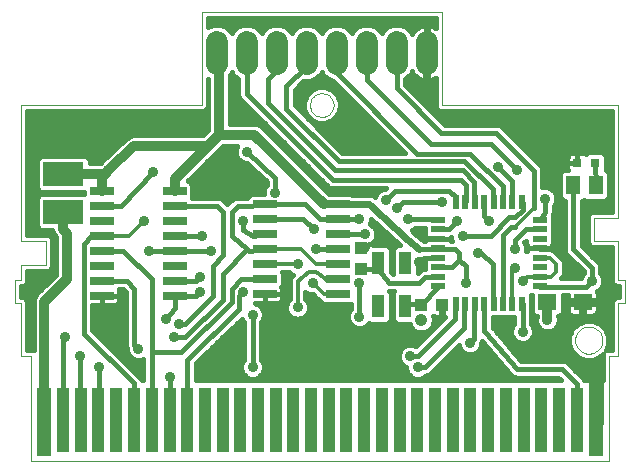
<source format=gtl>
G75*
%MOIN*%
%OFA0B0*%
%FSLAX24Y24*%
%IPPOS*%
%LPD*%
%AMOC8*
5,1,8,0,0,1.08239X$1,22.5*
%
%ADD10R,0.0800X0.0260*%
%ADD11C,0.0740*%
%ADD12R,0.0500X0.0220*%
%ADD13R,0.0220X0.0500*%
%ADD14C,0.0000*%
%ADD15R,0.0512X0.2309*%
%ADD16R,0.0402X0.2165*%
%ADD17R,0.0315X0.0315*%
%ADD18R,0.0512X0.0630*%
%ADD19R,0.1378X0.0787*%
%ADD20R,0.0433X0.0748*%
%ADD21R,0.0425X0.0413*%
%ADD22R,0.0413X0.0425*%
%ADD23R,0.0630X0.0551*%
%ADD24C,0.0160*%
%ADD25C,0.0356*%
%ADD26C,0.0472*%
%ADD27C,0.0240*%
%ADD28C,0.0413*%
%ADD29C,0.0500*%
%ADD30C,0.0320*%
%ADD31C,0.0120*%
D10*
X003408Y006000D03*
X003408Y006500D03*
X003408Y007000D03*
X003408Y007500D03*
X003408Y008000D03*
X003408Y008500D03*
X003408Y009000D03*
X003408Y009500D03*
X005828Y009500D03*
X005828Y009000D03*
X005828Y008500D03*
X005828Y008000D03*
X005828Y007500D03*
X005828Y007000D03*
X005828Y006500D03*
X005828Y006000D03*
X008845Y006063D03*
X008845Y006563D03*
X008845Y007063D03*
X008845Y007563D03*
X008845Y008063D03*
X008845Y008563D03*
X008845Y009063D03*
X011265Y009063D03*
X011265Y008563D03*
X011265Y008063D03*
X011265Y007563D03*
X011265Y007063D03*
X011265Y006563D03*
X011265Y006063D03*
D11*
X011231Y013739D02*
X011231Y014479D01*
X012231Y014479D02*
X012231Y013739D01*
X013231Y013739D02*
X013231Y014479D01*
X014231Y014479D02*
X014231Y013739D01*
X010231Y013739D02*
X010231Y014479D01*
X009231Y014479D02*
X009231Y013739D01*
X008231Y013739D02*
X008231Y014479D01*
X007231Y014479D02*
X007231Y013739D01*
D12*
X014615Y008540D03*
X014615Y008225D03*
X014615Y007910D03*
X014615Y007595D03*
X014615Y007280D03*
X014615Y006965D03*
X014615Y006650D03*
X014615Y006335D03*
X017995Y006335D03*
X017995Y006650D03*
X017995Y006965D03*
X017995Y007280D03*
X017995Y007595D03*
X017995Y007910D03*
X017995Y008225D03*
X017995Y008540D03*
D13*
X017407Y009128D03*
X017092Y009128D03*
X016777Y009128D03*
X016462Y009128D03*
X016148Y009128D03*
X015833Y009128D03*
X015518Y009128D03*
X015203Y009128D03*
X015203Y005748D03*
X015518Y005748D03*
X015833Y005748D03*
X016148Y005748D03*
X016462Y005748D03*
X016777Y005748D03*
X017092Y005748D03*
X017407Y005748D03*
D14*
X020298Y000509D02*
X001051Y000509D01*
X001051Y004008D01*
X000727Y004008D01*
X000727Y005767D01*
X000519Y005767D01*
X000519Y006530D01*
X000727Y006530D01*
X000727Y007040D01*
X001548Y007040D01*
X001548Y007850D01*
X000727Y007850D01*
X000727Y012364D01*
X006739Y012364D01*
X006739Y014484D01*
X006739Y015484D01*
X007739Y015484D01*
X008739Y015484D01*
X009739Y015484D01*
X010739Y015484D01*
X011739Y015484D01*
X012739Y015484D01*
X013739Y015484D01*
X014739Y015484D01*
X014739Y014484D01*
X014739Y012364D01*
X020622Y012364D01*
X020622Y010929D01*
X020622Y010929D01*
X020622Y008614D01*
X019801Y008614D01*
X019801Y007850D01*
X020622Y007850D01*
X020622Y006530D01*
X020831Y006530D01*
X020831Y005767D01*
X020622Y005767D01*
X020622Y004008D01*
X020298Y004008D01*
X020298Y000509D01*
X019186Y004529D02*
X019188Y004571D01*
X019194Y004613D01*
X019204Y004655D01*
X019217Y004695D01*
X019235Y004734D01*
X019256Y004771D01*
X019280Y004805D01*
X019308Y004838D01*
X019338Y004868D01*
X019371Y004894D01*
X019406Y004918D01*
X019444Y004938D01*
X019483Y004954D01*
X019523Y004967D01*
X019565Y004976D01*
X019607Y004981D01*
X019650Y004982D01*
X019692Y004979D01*
X019734Y004972D01*
X019775Y004961D01*
X019815Y004946D01*
X019853Y004928D01*
X019890Y004906D01*
X019924Y004881D01*
X019956Y004853D01*
X019984Y004822D01*
X020010Y004788D01*
X020033Y004752D01*
X020052Y004715D01*
X020068Y004675D01*
X020080Y004634D01*
X020088Y004593D01*
X020092Y004550D01*
X020092Y004508D01*
X020088Y004465D01*
X020080Y004424D01*
X020068Y004383D01*
X020052Y004343D01*
X020033Y004306D01*
X020010Y004270D01*
X019984Y004236D01*
X019956Y004205D01*
X019924Y004177D01*
X019890Y004152D01*
X019853Y004130D01*
X019815Y004112D01*
X019775Y004097D01*
X019734Y004086D01*
X019692Y004079D01*
X019650Y004076D01*
X019607Y004077D01*
X019565Y004082D01*
X019523Y004091D01*
X019483Y004104D01*
X019444Y004120D01*
X019406Y004140D01*
X019371Y004164D01*
X019338Y004190D01*
X019308Y004220D01*
X019280Y004253D01*
X019256Y004287D01*
X019235Y004324D01*
X019217Y004363D01*
X019204Y004403D01*
X019194Y004445D01*
X019188Y004487D01*
X019186Y004529D01*
X010343Y012366D02*
X010345Y012405D01*
X010351Y012444D01*
X010361Y012482D01*
X010374Y012519D01*
X010391Y012554D01*
X010411Y012588D01*
X010435Y012619D01*
X010462Y012648D01*
X010491Y012674D01*
X010523Y012697D01*
X010557Y012717D01*
X010593Y012733D01*
X010630Y012745D01*
X010669Y012754D01*
X010708Y012759D01*
X010747Y012760D01*
X010786Y012757D01*
X010825Y012750D01*
X010862Y012739D01*
X010899Y012725D01*
X010934Y012707D01*
X010967Y012686D01*
X010998Y012661D01*
X011026Y012634D01*
X011051Y012604D01*
X011073Y012571D01*
X011092Y012537D01*
X011107Y012501D01*
X011119Y012463D01*
X011127Y012425D01*
X011131Y012386D01*
X011131Y012346D01*
X011127Y012307D01*
X011119Y012269D01*
X011107Y012231D01*
X011092Y012195D01*
X011073Y012161D01*
X011051Y012128D01*
X011026Y012098D01*
X010998Y012071D01*
X010967Y012046D01*
X010934Y012025D01*
X010899Y012007D01*
X010862Y011993D01*
X010825Y011982D01*
X010786Y011975D01*
X010747Y011972D01*
X010708Y011973D01*
X010669Y011978D01*
X010630Y011987D01*
X010593Y011999D01*
X010557Y012015D01*
X010523Y012035D01*
X010491Y012058D01*
X010462Y012084D01*
X010435Y012113D01*
X010411Y012144D01*
X010391Y012178D01*
X010374Y012213D01*
X010361Y012250D01*
X010351Y012288D01*
X010345Y012327D01*
X010343Y012366D01*
D15*
X001465Y001809D03*
X019880Y001809D03*
D16*
X019234Y001878D03*
X018644Y001878D03*
X018053Y001878D03*
X017462Y001878D03*
X016872Y001878D03*
X016281Y001878D03*
X015691Y001878D03*
X015100Y001878D03*
X014510Y001878D03*
X013919Y001878D03*
X013329Y001878D03*
X012738Y001878D03*
X012148Y001878D03*
X011557Y001878D03*
X010966Y001878D03*
X010376Y001878D03*
X009785Y001878D03*
X009195Y001878D03*
X008604Y001878D03*
X008014Y001878D03*
X007433Y001878D03*
X006833Y001878D03*
X006252Y001878D03*
X005661Y001878D03*
X005061Y001878D03*
X004470Y001878D03*
X003880Y001878D03*
X003289Y001878D03*
X002699Y001878D03*
X002118Y001878D03*
D17*
X019260Y010438D03*
X019850Y010438D03*
D18*
X019867Y009688D03*
X019118Y009688D03*
D19*
X002118Y010067D03*
X002118Y008808D03*
D20*
X012619Y007114D03*
X013525Y007114D03*
X013525Y005658D03*
X012619Y005658D03*
D21*
X012055Y006906D03*
X012055Y007594D03*
D22*
X014057Y005703D03*
X014746Y005703D03*
D23*
X018255Y005801D03*
X019436Y005801D03*
D24*
X019378Y005859D02*
X019378Y005743D01*
X018941Y005743D01*
X018941Y005502D01*
X018953Y005456D01*
X018977Y005415D01*
X019011Y005381D01*
X019052Y005358D01*
X019097Y005345D01*
X019378Y005345D01*
X019378Y005743D01*
X019494Y005743D01*
X019494Y005859D01*
X019931Y005859D01*
X019931Y006100D01*
X019919Y006146D01*
X019911Y006160D01*
X019957Y006179D01*
X020063Y006286D01*
X020121Y006425D01*
X020121Y006575D01*
X020063Y006714D01*
X020022Y006755D01*
X020022Y006993D01*
X019980Y007096D01*
X019397Y007678D01*
X019397Y009173D01*
X019457Y009173D01*
X019492Y009208D01*
X019528Y009173D01*
X020205Y009173D01*
X020322Y009290D01*
X020322Y010085D01*
X020208Y010200D01*
X020208Y010678D01*
X020091Y010795D01*
X019610Y010795D01*
X019541Y010726D01*
X019528Y010739D01*
X019487Y010763D01*
X019441Y010775D01*
X019260Y010775D01*
X019260Y010438D01*
X019260Y010438D01*
X019260Y010775D01*
X019079Y010775D01*
X019033Y010763D01*
X018992Y010739D01*
X018958Y010706D01*
X018935Y010664D01*
X018922Y010619D01*
X018922Y010438D01*
X019260Y010438D01*
X019260Y010437D01*
X018922Y010437D01*
X018922Y010256D01*
X018935Y010211D01*
X018939Y010202D01*
X018780Y010202D01*
X018663Y010085D01*
X018663Y009290D01*
X018780Y009173D01*
X018838Y009173D01*
X018838Y007507D01*
X018880Y007404D01*
X018959Y007325D01*
X019463Y006822D01*
X019463Y006755D01*
X019422Y006714D01*
X019372Y006592D01*
X018703Y006592D01*
X018775Y006665D01*
X018815Y006761D01*
X018815Y007114D01*
X018775Y007210D01*
X018485Y007500D01*
X018425Y007525D01*
X018425Y007595D01*
X018425Y007697D01*
X018445Y007717D01*
X018445Y008703D01*
X018445Y008703D01*
X018451Y008733D01*
X018463Y008761D01*
X018463Y008787D01*
X018468Y008812D01*
X018462Y008842D01*
X018461Y008997D01*
X018501Y009036D01*
X018558Y009175D01*
X018558Y009325D01*
X018501Y009464D01*
X018394Y009571D01*
X018255Y009628D01*
X018105Y009628D01*
X018088Y009621D01*
X018088Y010229D01*
X018046Y010332D01*
X017967Y010410D01*
X016703Y011675D01*
X016600Y011717D01*
X014837Y011717D01*
X013511Y013044D01*
X013511Y013238D01*
X013554Y013256D01*
X013714Y013416D01*
X013743Y013486D01*
X013760Y013451D01*
X013811Y013381D01*
X013873Y013320D01*
X013943Y013269D01*
X014020Y013229D01*
X014102Y013203D01*
X014188Y013189D01*
X014201Y013189D01*
X014201Y014079D01*
X014261Y014079D01*
X014261Y013189D01*
X014274Y013189D01*
X014360Y013203D01*
X014442Y013229D01*
X014519Y013269D01*
X014539Y013283D01*
X014539Y012281D01*
X014656Y012164D01*
X020422Y012164D01*
X020422Y010846D01*
X020422Y010846D01*
X020422Y008814D01*
X019718Y008814D01*
X019601Y008697D01*
X019601Y007767D01*
X019718Y007650D01*
X020422Y007650D01*
X020422Y006448D01*
X020540Y006330D01*
X020631Y006330D01*
X020631Y005967D01*
X020540Y005967D01*
X020422Y005849D01*
X020422Y004208D01*
X020216Y004208D01*
X020210Y004203D01*
X020291Y004399D01*
X020291Y004658D01*
X020192Y004898D01*
X020008Y005082D01*
X019768Y005181D01*
X019509Y005181D01*
X019269Y005082D01*
X019085Y004898D01*
X018986Y004658D01*
X018986Y004399D01*
X019085Y004159D01*
X019269Y003975D01*
X019509Y003876D01*
X019768Y003876D01*
X020008Y003975D01*
X020098Y004065D01*
X020098Y003188D01*
X019489Y003188D01*
X019472Y003229D01*
X018980Y003721D01*
X018901Y003800D01*
X018798Y003842D01*
X017372Y003842D01*
X016428Y004954D01*
X016428Y005298D01*
X017150Y005298D01*
X017150Y005071D01*
X017109Y005030D01*
X017052Y004891D01*
X017052Y004741D01*
X017109Y004602D01*
X017216Y004495D01*
X017355Y004438D01*
X017505Y004438D01*
X017644Y004495D01*
X017751Y004602D01*
X017808Y004741D01*
X017808Y004891D01*
X017751Y005030D01*
X017710Y005071D01*
X017710Y005407D01*
X017717Y005415D01*
X017717Y006025D01*
X017740Y006025D01*
X017740Y005443D01*
X017857Y005325D01*
X017895Y005325D01*
X017895Y005310D01*
X017881Y005276D01*
X017881Y005125D01*
X017938Y004986D01*
X018045Y004880D01*
X018184Y004822D01*
X018334Y004822D01*
X018473Y004880D01*
X018580Y004986D01*
X018637Y005125D01*
X018637Y005276D01*
X018617Y005325D01*
X018653Y005325D01*
X018770Y005443D01*
X018770Y006033D01*
X018941Y006033D01*
X018941Y005859D01*
X019378Y005859D01*
X019378Y005731D02*
X019494Y005731D01*
X019494Y005743D02*
X019494Y005345D01*
X019775Y005345D01*
X019820Y005358D01*
X019862Y005381D01*
X019895Y005415D01*
X019919Y005456D01*
X019931Y005502D01*
X019931Y005743D01*
X019494Y005743D01*
X019494Y005572D02*
X019378Y005572D01*
X019378Y005414D02*
X019494Y005414D01*
X019304Y005097D02*
X018625Y005097D01*
X018637Y005255D02*
X020422Y005255D01*
X020422Y005097D02*
X019973Y005097D01*
X020152Y004938D02*
X020422Y004938D01*
X020422Y004780D02*
X020241Y004780D01*
X020291Y004621D02*
X020422Y004621D01*
X020422Y004463D02*
X020291Y004463D01*
X020252Y004304D02*
X020422Y004304D01*
X020098Y003987D02*
X020020Y003987D01*
X020098Y003829D02*
X018832Y003829D01*
X019031Y003670D02*
X020098Y003670D01*
X020098Y003512D02*
X019189Y003512D01*
X019348Y003353D02*
X020098Y003353D01*
X020098Y003195D02*
X019486Y003195D01*
X019234Y003071D02*
X018743Y003563D01*
X017243Y003563D01*
X016180Y004813D01*
X016148Y004845D01*
X016148Y005748D01*
X016430Y005780D02*
X016430Y007063D01*
X016055Y007438D01*
X015930Y007438D01*
X015555Y007000D02*
X015555Y006438D01*
X015555Y007000D02*
X015305Y007188D01*
X015305Y007438D01*
X015180Y007563D01*
X014647Y007563D01*
X014615Y007595D01*
X014583Y007563D01*
X013993Y007563D01*
X014156Y007842D02*
X013827Y008117D01*
X013734Y008201D01*
X013832Y008242D01*
X013872Y008283D01*
X014165Y008283D01*
X014165Y008032D01*
X014185Y008012D01*
X014185Y007910D01*
X014615Y007910D01*
X014615Y007910D01*
X015045Y007910D01*
X015045Y007970D01*
X015048Y007970D01*
X015052Y007972D01*
X015052Y007925D01*
X015086Y007842D01*
X015045Y007842D01*
X015045Y007910D01*
X014615Y007910D01*
X014615Y007910D01*
X014587Y007938D01*
X014180Y007938D01*
X014055Y008063D01*
X014055Y008125D01*
X014165Y008108D02*
X013838Y008108D01*
X013856Y008267D02*
X014165Y008267D01*
X014185Y007950D02*
X014028Y007950D01*
X014185Y007910D02*
X014185Y007842D01*
X014156Y007842D01*
X014185Y007910D02*
X014615Y007910D01*
X014615Y008225D02*
X014640Y008250D01*
X014993Y008250D01*
X015243Y008500D01*
X014615Y008540D02*
X014592Y008563D01*
X013618Y008563D01*
X013243Y008938D02*
X013430Y009125D01*
X014743Y009125D01*
X014993Y009500D02*
X013180Y009500D01*
X012868Y009188D01*
X012509Y009311D02*
X012486Y009334D01*
X012479Y009337D01*
X012472Y009342D01*
X012420Y009361D01*
X012369Y009382D01*
X012360Y009382D01*
X012353Y009385D01*
X012297Y009382D01*
X011758Y009382D01*
X011748Y009392D01*
X010984Y009392D01*
X008696Y011680D01*
X008564Y011735D01*
X007665Y011735D01*
X007665Y013322D01*
X007670Y013340D01*
X007667Y013370D01*
X007714Y013416D01*
X007731Y013457D01*
X007748Y013416D01*
X007908Y013256D01*
X007951Y013238D01*
X007951Y012796D01*
X007951Y012795D01*
X007951Y012740D01*
X007951Y012685D01*
X007951Y012684D01*
X007972Y012633D01*
X007993Y012582D01*
X007994Y012582D01*
X007994Y012581D01*
X008033Y012542D01*
X008072Y012503D01*
X008073Y012503D01*
X010920Y009677D01*
X010959Y009638D01*
X010959Y009637D01*
X010960Y009637D01*
X011011Y009616D01*
X011062Y009595D01*
X011062Y009595D01*
X011063Y009595D01*
X011118Y009595D01*
X012879Y009595D01*
X012850Y009566D01*
X012792Y009566D01*
X012653Y009508D01*
X012547Y009402D01*
X012509Y009311D01*
X012536Y009376D02*
X012384Y009376D01*
X012717Y009535D02*
X010842Y009535D01*
X010903Y009693D02*
X010684Y009693D01*
X010744Y009852D02*
X010525Y009852D01*
X010584Y010010D02*
X010367Y010010D01*
X010424Y010169D02*
X010208Y010169D01*
X010265Y010327D02*
X010050Y010327D01*
X010105Y010486D02*
X009891Y010486D01*
X009945Y010644D02*
X009733Y010644D01*
X009786Y010803D02*
X009574Y010803D01*
X009626Y010961D02*
X009416Y010961D01*
X009466Y011120D02*
X009257Y011120D01*
X009307Y011278D02*
X009099Y011278D01*
X009147Y011437D02*
X008940Y011437D01*
X008987Y011595D02*
X008782Y011595D01*
X008828Y011754D02*
X007665Y011754D01*
X007665Y011912D02*
X008668Y011912D01*
X008508Y012071D02*
X007665Y012071D01*
X007665Y012229D02*
X008349Y012229D01*
X008189Y012388D02*
X007665Y012388D01*
X007665Y012546D02*
X008029Y012546D01*
X007951Y012684D02*
X007951Y012684D01*
X007951Y012705D02*
X007665Y012705D01*
X007665Y012863D02*
X007951Y012863D01*
X007951Y013022D02*
X007665Y013022D01*
X007665Y013180D02*
X007951Y013180D01*
X007825Y013339D02*
X007670Y013339D01*
X006945Y013241D02*
X006945Y011524D01*
X006781Y011360D01*
X004499Y011360D01*
X004434Y011362D01*
X004428Y011360D01*
X004421Y011360D01*
X004361Y011335D01*
X004300Y011313D01*
X004295Y011308D01*
X004289Y011305D01*
X004243Y011259D01*
X003420Y010495D01*
X003414Y010493D01*
X003368Y010447D01*
X003347Y010427D01*
X003006Y010427D01*
X003006Y010544D01*
X002889Y010661D01*
X001346Y010661D01*
X001229Y010544D01*
X001229Y009591D01*
X001346Y009474D01*
X002808Y009474D01*
X002808Y009401D01*
X001346Y009401D01*
X001229Y009284D01*
X001229Y008331D01*
X001346Y008214D01*
X001758Y008214D01*
X001758Y008178D01*
X001771Y008145D01*
X001778Y008110D01*
X001798Y008080D01*
X001812Y008046D01*
X001838Y008021D01*
X001883Y007954D01*
X001883Y006712D01*
X001289Y006118D01*
X001187Y006016D01*
X001133Y005884D01*
X001133Y004208D01*
X000968Y004208D01*
X000927Y004208D01*
X000927Y005849D01*
X000810Y005967D01*
X000719Y005967D01*
X000719Y006330D01*
X000810Y006330D01*
X000927Y006448D01*
X000927Y006840D01*
X001631Y006840D01*
X001748Y006957D01*
X001748Y007933D01*
X001631Y008050D01*
X000927Y008050D01*
X000927Y012164D01*
X006822Y012164D01*
X006939Y012281D01*
X006939Y013243D01*
X006945Y013241D01*
X006939Y013180D02*
X006945Y013180D01*
X006939Y013022D02*
X006945Y013022D01*
X006939Y012863D02*
X006945Y012863D01*
X006939Y012705D02*
X006945Y012705D01*
X006939Y012546D02*
X006945Y012546D01*
X006939Y012388D02*
X006945Y012388D01*
X006945Y012229D02*
X006887Y012229D01*
X006945Y012071D02*
X000927Y012071D01*
X000927Y011912D02*
X006945Y011912D01*
X006945Y011754D02*
X000927Y011754D01*
X000927Y011595D02*
X006945Y011595D01*
X006857Y011437D02*
X000927Y011437D01*
X000927Y011278D02*
X004261Y011278D01*
X004092Y011120D02*
X000927Y011120D01*
X000927Y010961D02*
X003921Y010961D01*
X003751Y010803D02*
X000927Y010803D01*
X000927Y010644D02*
X001329Y010644D01*
X001229Y010486D02*
X000927Y010486D01*
X000927Y010327D02*
X001229Y010327D01*
X001229Y010169D02*
X000927Y010169D01*
X000927Y010010D02*
X001229Y010010D01*
X001229Y009852D02*
X000927Y009852D01*
X000927Y009693D02*
X001229Y009693D01*
X001285Y009535D02*
X000927Y009535D01*
X000927Y009376D02*
X001320Y009376D01*
X001229Y009218D02*
X000927Y009218D01*
X000927Y009059D02*
X001229Y009059D01*
X001229Y008901D02*
X000927Y008901D01*
X000927Y008742D02*
X001229Y008742D01*
X001229Y008584D02*
X000927Y008584D01*
X000927Y008425D02*
X001229Y008425D01*
X001293Y008267D02*
X000927Y008267D01*
X000927Y008108D02*
X001779Y008108D01*
X001732Y007950D02*
X001883Y007950D01*
X001883Y007791D02*
X001748Y007791D01*
X001748Y007633D02*
X001883Y007633D01*
X001883Y007474D02*
X001748Y007474D01*
X001748Y007316D02*
X001883Y007316D01*
X001883Y007157D02*
X001748Y007157D01*
X001748Y006999D02*
X001883Y006999D01*
X001883Y006840D02*
X001632Y006840D01*
X001852Y006682D02*
X000927Y006682D01*
X000927Y006523D02*
X001694Y006523D01*
X001535Y006365D02*
X000844Y006365D01*
X000719Y006206D02*
X001377Y006206D01*
X001218Y006048D02*
X000719Y006048D01*
X000888Y005889D02*
X001135Y005889D01*
X001133Y005731D02*
X000927Y005731D01*
X000927Y005572D02*
X001133Y005572D01*
X001133Y005414D02*
X000927Y005414D01*
X000927Y005255D02*
X001133Y005255D01*
X001133Y005097D02*
X000927Y005097D01*
X000927Y004938D02*
X001133Y004938D01*
X001133Y004780D02*
X000927Y004780D01*
X000927Y004621D02*
X001133Y004621D01*
X001133Y004463D02*
X000927Y004463D01*
X000927Y004304D02*
X001133Y004304D01*
X002118Y004563D02*
X002180Y004625D01*
X002118Y004563D02*
X002118Y001878D01*
X002680Y001897D02*
X002699Y001878D01*
X002680Y001897D02*
X002680Y004000D01*
X003305Y003625D02*
X003305Y001894D01*
X003289Y001878D01*
X004470Y001878D02*
X004470Y003085D01*
X002805Y004750D01*
X002805Y007750D01*
X003055Y008000D01*
X003408Y008000D01*
X003408Y007500D02*
X004118Y007500D01*
X005061Y006557D01*
X005061Y004125D01*
X006055Y004125D01*
X007743Y005813D01*
X007743Y006250D01*
X008055Y006563D01*
X008845Y006563D01*
X009445Y006523D02*
X009670Y006523D01*
X009670Y006512D02*
X009666Y006472D01*
X009670Y006460D01*
X009670Y005900D01*
X009609Y005839D01*
X009552Y005700D01*
X009552Y005550D01*
X009609Y005411D01*
X009716Y005304D01*
X009855Y005247D01*
X010005Y005247D01*
X010144Y005304D01*
X010251Y005411D01*
X010308Y005550D01*
X010308Y005700D01*
X010251Y005839D01*
X010190Y005900D01*
X010190Y006143D01*
X010216Y006117D01*
X010355Y006059D01*
X010440Y006059D01*
X010585Y005915D01*
X010658Y005842D01*
X010683Y005832D01*
X010782Y005733D01*
X011713Y005733D01*
X011713Y005567D01*
X011672Y005527D01*
X011614Y005388D01*
X011614Y005237D01*
X011672Y005098D01*
X011778Y004992D01*
X011917Y004934D01*
X012068Y004934D01*
X012207Y004992D01*
X012309Y005094D01*
X012320Y005084D01*
X012919Y005084D01*
X013036Y005201D01*
X013036Y006115D01*
X012994Y006157D01*
X013027Y006154D01*
X013037Y006158D01*
X013151Y006158D01*
X013108Y006115D01*
X013108Y005201D01*
X013225Y005084D01*
X013662Y005084D01*
X013713Y004962D01*
X013827Y004847D01*
X013977Y004785D01*
X014138Y004785D01*
X014288Y004847D01*
X014402Y004962D01*
X014464Y005111D01*
X014464Y005273D01*
X014435Y005342D01*
X014470Y005322D01*
X014516Y005310D01*
X014723Y005310D01*
X014723Y005679D01*
X014769Y005679D01*
X014769Y005310D01*
X014844Y005310D01*
X013866Y004332D01*
X013755Y004378D01*
X013605Y004378D01*
X013466Y004321D01*
X013359Y004214D01*
X013302Y004075D01*
X013302Y003925D01*
X013359Y003786D01*
X013466Y003679D01*
X013552Y003644D01*
X013552Y003550D01*
X013609Y003411D01*
X013716Y003304D01*
X013855Y003247D01*
X014005Y003247D01*
X014144Y003304D01*
X014185Y003345D01*
X014236Y003345D01*
X014339Y003388D01*
X015305Y004354D01*
X015359Y004223D01*
X015466Y004117D01*
X015605Y004059D01*
X015755Y004059D01*
X015894Y004117D01*
X016001Y004223D01*
X016058Y004362D01*
X016058Y004442D01*
X016081Y004497D01*
X017001Y003415D01*
X017005Y003404D01*
X017036Y003373D01*
X017065Y003339D01*
X017076Y003333D01*
X017084Y003325D01*
X017125Y003308D01*
X017164Y003288D01*
X017176Y003287D01*
X017187Y003283D01*
X017231Y003283D01*
X017275Y003279D01*
X017287Y003283D01*
X018627Y003283D01*
X018722Y003188D01*
X006532Y003188D01*
X006532Y003765D01*
X008072Y005251D01*
X008109Y005161D01*
X008150Y005120D01*
X008150Y003880D01*
X008109Y003839D01*
X008052Y003700D01*
X008052Y003550D01*
X008109Y003411D01*
X008216Y003304D01*
X008355Y003247D01*
X008505Y003247D01*
X008644Y003304D01*
X008751Y003411D01*
X008808Y003550D01*
X008808Y003700D01*
X008751Y003839D01*
X008710Y003880D01*
X008710Y005120D01*
X008751Y005161D01*
X008808Y005300D01*
X008808Y005450D01*
X008751Y005589D01*
X008644Y005696D01*
X008507Y005753D01*
X008845Y005753D01*
X008845Y006062D01*
X008845Y005752D01*
X009269Y005753D01*
X009314Y005765D01*
X009356Y005788D01*
X009389Y005822D01*
X009413Y005863D01*
X009425Y005909D01*
X009425Y006062D01*
X008845Y006062D01*
X008845Y006062D01*
X008845Y006063D01*
X009425Y006063D01*
X009425Y006216D01*
X009413Y006262D01*
X009392Y006297D01*
X009445Y006350D01*
X009445Y006775D01*
X009418Y006803D01*
X009655Y006803D01*
X009716Y006742D01*
X009778Y006716D01*
X009754Y006692D01*
X009724Y006667D01*
X009718Y006656D01*
X009710Y006647D01*
X009694Y006610D01*
X009676Y006575D01*
X009675Y006563D01*
X009670Y006552D01*
X009670Y006512D01*
X009670Y006365D02*
X009445Y006365D01*
X009425Y006206D02*
X009670Y006206D01*
X009670Y006048D02*
X009425Y006048D01*
X009420Y005889D02*
X009659Y005889D01*
X009564Y005731D02*
X008560Y005731D01*
X008758Y005572D02*
X009552Y005572D01*
X009608Y005414D02*
X008808Y005414D01*
X008790Y005255D02*
X009835Y005255D01*
X010025Y005255D02*
X011614Y005255D01*
X011625Y005414D02*
X010252Y005414D01*
X010308Y005572D02*
X011713Y005572D01*
X011713Y005731D02*
X010296Y005731D01*
X010201Y005889D02*
X010611Y005889D01*
X010585Y005915D02*
X010585Y005915D01*
X010452Y006048D02*
X010190Y006048D01*
X010868Y006563D02*
X011265Y006563D01*
X011993Y006438D02*
X011993Y005313D01*
X011674Y005097D02*
X008710Y005097D01*
X008710Y004938D02*
X011909Y004938D01*
X012076Y004938D02*
X013736Y004938D01*
X014155Y004621D02*
X008710Y004621D01*
X008710Y004463D02*
X013997Y004463D01*
X014314Y004780D02*
X008710Y004780D01*
X008710Y004304D02*
X013449Y004304D01*
X013331Y004146D02*
X008710Y004146D01*
X008710Y003987D02*
X013302Y003987D01*
X013342Y003829D02*
X008755Y003829D01*
X008808Y003670D02*
X013489Y003670D01*
X013568Y003512D02*
X008792Y003512D01*
X008693Y003353D02*
X013667Y003353D01*
X013930Y003625D02*
X014180Y003625D01*
X015493Y004938D01*
X015493Y005722D01*
X015518Y005748D01*
X015805Y005720D02*
X015805Y004563D01*
X015680Y004438D01*
X015326Y004304D02*
X015255Y004304D01*
X015096Y004146D02*
X015437Y004146D01*
X014938Y003987D02*
X016514Y003987D01*
X016379Y004146D02*
X015923Y004146D01*
X016034Y004304D02*
X016245Y004304D01*
X016110Y004463D02*
X016067Y004463D01*
X016576Y004780D02*
X017052Y004780D01*
X017071Y004938D02*
X016441Y004938D01*
X016428Y005097D02*
X017150Y005097D01*
X017150Y005255D02*
X016428Y005255D01*
X016462Y005748D02*
X016430Y005780D01*
X016777Y005748D02*
X016777Y008035D01*
X017055Y008313D01*
X017180Y008313D01*
X017180Y008625D02*
X017430Y008875D01*
X017430Y009105D01*
X017407Y009128D01*
X017805Y008938D02*
X017809Y008941D01*
X017809Y010173D01*
X016544Y011438D01*
X014721Y011438D01*
X013231Y012928D01*
X013231Y014109D01*
X013743Y014733D02*
X013714Y014802D01*
X013554Y014962D01*
X013344Y015049D01*
X013117Y015049D01*
X012908Y014962D01*
X012748Y014802D01*
X012731Y014761D01*
X012714Y014802D01*
X012554Y014962D01*
X012344Y015049D01*
X012117Y015049D01*
X011908Y014962D01*
X011748Y014802D01*
X011731Y014761D01*
X011714Y014802D01*
X011554Y014962D01*
X011344Y015049D01*
X011117Y015049D01*
X010908Y014962D01*
X010748Y014802D01*
X010731Y014761D01*
X010714Y014802D01*
X010554Y014962D01*
X010344Y015049D01*
X010117Y015049D01*
X009908Y014962D01*
X009748Y014802D01*
X009731Y014761D01*
X009714Y014802D01*
X009554Y014962D01*
X009344Y015049D01*
X009117Y015049D01*
X008908Y014962D01*
X008748Y014802D01*
X008731Y014761D01*
X008714Y014802D01*
X008554Y014962D01*
X008344Y015049D01*
X008117Y015049D01*
X007908Y014962D01*
X007748Y014802D01*
X007731Y014761D01*
X007714Y014802D01*
X007554Y014962D01*
X007344Y015049D01*
X007117Y015049D01*
X006939Y014975D01*
X006939Y015284D01*
X014539Y015284D01*
X014539Y014935D01*
X014519Y014949D01*
X014442Y014989D01*
X014360Y015016D01*
X014274Y015029D01*
X014261Y015029D01*
X014261Y014139D01*
X014201Y014139D01*
X014201Y015029D01*
X014188Y015029D01*
X014102Y015016D01*
X014020Y014989D01*
X013943Y014949D01*
X013873Y014899D01*
X013811Y014837D01*
X013760Y014767D01*
X013743Y014733D01*
X013729Y014765D02*
X013759Y014765D01*
X013907Y014924D02*
X013592Y014924D01*
X014201Y014924D02*
X014261Y014924D01*
X014261Y014765D02*
X014201Y014765D01*
X014201Y014607D02*
X014261Y014607D01*
X014261Y014448D02*
X014201Y014448D01*
X014201Y014290D02*
X014261Y014290D01*
X014261Y013973D02*
X014201Y013973D01*
X014201Y013814D02*
X014261Y013814D01*
X014261Y013656D02*
X014201Y013656D01*
X014201Y013497D02*
X014261Y013497D01*
X014261Y013339D02*
X014201Y013339D01*
X014539Y013180D02*
X013511Y013180D01*
X013533Y013022D02*
X014539Y013022D01*
X014539Y012863D02*
X013692Y012863D01*
X013850Y012705D02*
X014539Y012705D01*
X014539Y012546D02*
X014009Y012546D01*
X014167Y012388D02*
X014539Y012388D01*
X014591Y012229D02*
X014326Y012229D01*
X014484Y012071D02*
X020422Y012071D01*
X020422Y011912D02*
X014643Y011912D01*
X014801Y011754D02*
X020422Y011754D01*
X020422Y011595D02*
X016782Y011595D01*
X016941Y011437D02*
X020422Y011437D01*
X020422Y011278D02*
X017099Y011278D01*
X017258Y011120D02*
X020422Y011120D01*
X020422Y010961D02*
X017416Y010961D01*
X017575Y010803D02*
X020422Y010803D01*
X020422Y010644D02*
X020208Y010644D01*
X020208Y010486D02*
X020422Y010486D01*
X020422Y010327D02*
X020208Y010327D01*
X020239Y010169D02*
X020422Y010169D01*
X020422Y010010D02*
X020322Y010010D01*
X020322Y009852D02*
X020422Y009852D01*
X020422Y009693D02*
X020322Y009693D01*
X020322Y009535D02*
X020422Y009535D01*
X020422Y009376D02*
X020322Y009376D01*
X020250Y009218D02*
X020422Y009218D01*
X020422Y009059D02*
X019397Y009059D01*
X019397Y008901D02*
X020422Y008901D01*
X019646Y008742D02*
X019397Y008742D01*
X019397Y008584D02*
X019601Y008584D01*
X019601Y008425D02*
X019397Y008425D01*
X019397Y008267D02*
X019601Y008267D01*
X019601Y008108D02*
X019397Y008108D01*
X019397Y007950D02*
X019601Y007950D01*
X019601Y007791D02*
X019397Y007791D01*
X019443Y007633D02*
X020422Y007633D01*
X020422Y007474D02*
X019602Y007474D01*
X019760Y007316D02*
X020422Y007316D01*
X020422Y007157D02*
X019919Y007157D01*
X020020Y006999D02*
X020422Y006999D01*
X020422Y006840D02*
X020022Y006840D01*
X020077Y006682D02*
X020422Y006682D01*
X020422Y006523D02*
X020121Y006523D01*
X020096Y006365D02*
X020506Y006365D01*
X020631Y006206D02*
X019983Y006206D01*
X019931Y006048D02*
X020631Y006048D01*
X020462Y005889D02*
X019931Y005889D01*
X019931Y005731D02*
X020422Y005731D01*
X020422Y005572D02*
X019931Y005572D01*
X019894Y005414D02*
X020422Y005414D01*
X019555Y006313D02*
X019743Y006500D01*
X019743Y006938D01*
X019118Y007563D01*
X019118Y009687D01*
X019118Y009688D01*
X018663Y009693D02*
X018088Y009693D01*
X018088Y009852D02*
X018663Y009852D01*
X018663Y010010D02*
X018088Y010010D01*
X018088Y010169D02*
X018746Y010169D01*
X018922Y010327D02*
X018048Y010327D01*
X017892Y010486D02*
X018922Y010486D01*
X018929Y010644D02*
X017733Y010644D01*
X017243Y010188D02*
X016368Y011063D01*
X014368Y011063D01*
X012231Y013199D01*
X012231Y014109D01*
X012729Y014765D02*
X012732Y014765D01*
X012869Y014924D02*
X012592Y014924D01*
X011869Y014924D02*
X011592Y014924D01*
X011729Y014765D02*
X011732Y014765D01*
X011231Y014109D02*
X011231Y013444D01*
X013925Y010750D01*
X015680Y010750D01*
X016777Y009653D01*
X016777Y009128D01*
X017092Y009128D02*
X017092Y009838D01*
X016618Y010313D01*
X016430Y009563D02*
X016430Y009160D01*
X016462Y009128D01*
X016148Y009128D02*
X016148Y008657D01*
X016305Y008500D01*
X016368Y008000D02*
X016993Y008625D01*
X017180Y008625D01*
X017555Y008250D02*
X017970Y008250D01*
X017995Y008225D01*
X017995Y008540D02*
X018183Y008815D01*
X018180Y009250D01*
X018537Y009376D02*
X018663Y009376D01*
X018663Y009535D02*
X018430Y009535D01*
X018558Y009218D02*
X018735Y009218D01*
X018838Y009059D02*
X018510Y009059D01*
X018462Y008901D02*
X018838Y008901D01*
X018838Y008742D02*
X018455Y008742D01*
X018445Y008584D02*
X018838Y008584D01*
X018838Y008425D02*
X018445Y008425D01*
X018445Y008267D02*
X018838Y008267D01*
X018838Y008108D02*
X018445Y008108D01*
X018445Y007950D02*
X018838Y007950D01*
X018838Y007791D02*
X018445Y007791D01*
X018425Y007633D02*
X018838Y007633D01*
X018851Y007474D02*
X018511Y007474D01*
X018493Y007563D02*
X018680Y007750D01*
X018680Y008375D01*
X018425Y007595D02*
X017995Y007595D01*
X017995Y007595D01*
X018027Y007563D01*
X018493Y007563D01*
X018425Y007595D02*
X017995Y007595D01*
X017995Y007595D01*
X017565Y007595D01*
X017565Y007697D01*
X017545Y007717D01*
X017545Y007844D01*
X017489Y007788D01*
X017501Y007777D01*
X017558Y007638D01*
X017558Y007487D01*
X017557Y007485D01*
X017565Y007493D01*
X017565Y007595D01*
X017995Y007595D01*
X017565Y007633D02*
X017558Y007633D01*
X017545Y007791D02*
X017492Y007791D01*
X017180Y007875D02*
X017180Y007563D01*
X017180Y007875D02*
X017555Y008250D01*
X016368Y008000D02*
X015430Y008000D01*
X015052Y007950D02*
X015045Y007950D01*
X014615Y007280D02*
X014148Y007280D01*
X013993Y007125D01*
X013941Y007157D02*
X014165Y007157D01*
X014165Y007158D02*
X014165Y006905D01*
X014124Y006905D01*
X014021Y006862D01*
X013943Y006784D01*
X013941Y006782D01*
X013941Y007243D01*
X013958Y007238D01*
X014085Y007250D01*
X014148Y007283D01*
X014185Y007283D01*
X014185Y007280D01*
X014185Y007178D01*
X014165Y007158D01*
X014185Y007280D02*
X014615Y007280D01*
X014615Y007280D01*
X014185Y007280D01*
X014165Y006999D02*
X013941Y006999D01*
X013941Y006840D02*
X013999Y006840D01*
X014180Y006625D02*
X014590Y006625D01*
X014615Y006650D01*
X014615Y006335D02*
X014592Y006313D01*
X014606Y006313D01*
X014057Y005703D01*
X013525Y005778D01*
X013525Y005658D01*
X013108Y005731D02*
X013036Y005731D01*
X013036Y005889D02*
X013108Y005889D01*
X013108Y006048D02*
X013036Y006048D01*
X012993Y006438D02*
X013993Y006438D01*
X014180Y006625D01*
X014586Y006313D02*
X014592Y006313D01*
X014615Y006965D02*
X015083Y006965D01*
X015305Y007188D01*
X015203Y005748D02*
X015180Y005725D01*
X015180Y005250D01*
X013930Y004000D01*
X013680Y004000D01*
X014255Y003353D02*
X017053Y003353D01*
X016918Y003512D02*
X014462Y003512D01*
X014621Y003670D02*
X016784Y003670D01*
X016649Y003829D02*
X014779Y003829D01*
X014472Y004938D02*
X014379Y004938D01*
X014458Y005097D02*
X014631Y005097D01*
X014789Y005255D02*
X014464Y005255D01*
X014723Y005414D02*
X014769Y005414D01*
X014769Y005572D02*
X014723Y005572D01*
X015805Y005720D02*
X015833Y005748D01*
X016710Y004621D02*
X017102Y004621D01*
X017295Y004463D02*
X016845Y004463D01*
X016980Y004304D02*
X019025Y004304D01*
X018986Y004463D02*
X017565Y004463D01*
X017758Y004621D02*
X018986Y004621D01*
X019036Y004780D02*
X017808Y004780D01*
X017789Y004938D02*
X017987Y004938D01*
X017893Y005097D02*
X017710Y005097D01*
X017710Y005255D02*
X017881Y005255D01*
X017769Y005414D02*
X017716Y005414D01*
X017717Y005572D02*
X017740Y005572D01*
X017740Y005731D02*
X017717Y005731D01*
X017717Y005889D02*
X017740Y005889D01*
X017430Y005725D02*
X017407Y005748D01*
X017430Y005725D02*
X017430Y004816D01*
X018259Y005201D02*
X018255Y005324D01*
X018531Y004938D02*
X019125Y004938D01*
X018978Y005414D02*
X018741Y005414D01*
X018770Y005572D02*
X018941Y005572D01*
X018941Y005731D02*
X018770Y005731D01*
X018770Y005889D02*
X018941Y005889D01*
X019555Y006313D02*
X018018Y006313D01*
X017995Y006335D01*
X018782Y006682D02*
X019408Y006682D01*
X019444Y006840D02*
X018815Y006840D01*
X018815Y006999D02*
X019286Y006999D01*
X019127Y007157D02*
X018797Y007157D01*
X018670Y007316D02*
X018969Y007316D01*
X019867Y009688D02*
X019850Y010438D01*
X019260Y010486D02*
X019260Y010486D01*
X019260Y010644D02*
X019260Y010644D01*
X016430Y009563D02*
X015493Y010500D01*
X011305Y010500D01*
X009555Y012250D01*
X009555Y013000D01*
X010231Y013665D01*
X010231Y014109D01*
X010731Y013457D02*
X010748Y013416D01*
X010908Y013256D01*
X011104Y013175D01*
X013499Y010780D01*
X011421Y010780D01*
X009835Y012366D01*
X009835Y012883D01*
X010126Y013169D01*
X010344Y013169D01*
X010554Y013256D01*
X010714Y013416D01*
X010731Y013457D01*
X010825Y013339D02*
X010636Y013339D01*
X010371Y013180D02*
X011091Y013180D01*
X011257Y013022D02*
X009976Y013022D01*
X009835Y012863D02*
X010395Y012863D01*
X010400Y012869D02*
X010233Y012702D01*
X010143Y012484D01*
X010143Y012247D01*
X010233Y012029D01*
X010400Y011862D01*
X010619Y011772D01*
X010855Y011772D01*
X011073Y011862D01*
X011240Y012029D01*
X011330Y012247D01*
X011330Y012484D01*
X011240Y012702D01*
X011073Y012869D01*
X010855Y012959D01*
X010619Y012959D01*
X010400Y012869D01*
X010236Y012705D02*
X009835Y012705D01*
X009835Y012546D02*
X010169Y012546D01*
X010143Y012388D02*
X009835Y012388D01*
X009972Y012229D02*
X010151Y012229D01*
X010130Y012071D02*
X010216Y012071D01*
X010289Y011912D02*
X010351Y011912D01*
X010447Y011754D02*
X012525Y011754D01*
X012367Y011912D02*
X011123Y011912D01*
X011257Y012071D02*
X012208Y012071D01*
X012050Y012229D02*
X011323Y012229D01*
X011330Y012388D02*
X011891Y012388D01*
X011733Y012546D02*
X011305Y012546D01*
X011237Y012705D02*
X011574Y012705D01*
X011416Y012863D02*
X011079Y012863D01*
X010606Y011595D02*
X012684Y011595D01*
X012842Y011437D02*
X010764Y011437D01*
X010923Y011278D02*
X013001Y011278D01*
X013159Y011120D02*
X011081Y011120D01*
X011240Y010961D02*
X013318Y010961D01*
X013476Y010803D02*
X011398Y010803D01*
X011180Y010188D02*
X015430Y010188D01*
X015805Y009813D01*
X015805Y009155D01*
X015833Y009128D01*
X015555Y009165D02*
X015518Y009128D01*
X015555Y009165D02*
X015555Y009688D01*
X015368Y009875D01*
X011118Y009875D01*
X008231Y012741D01*
X008231Y014109D01*
X008729Y014765D02*
X008732Y014765D01*
X008869Y014924D02*
X008592Y014924D01*
X007869Y014924D02*
X007592Y014924D01*
X007729Y014765D02*
X007732Y014765D01*
X006939Y015082D02*
X014539Y015082D01*
X014539Y015241D02*
X006939Y015241D01*
X009231Y014109D02*
X009231Y013551D01*
X008930Y013250D01*
X008930Y012438D01*
X011180Y010188D01*
X010180Y009063D02*
X008845Y009063D01*
X008305Y009000D01*
X007930Y009000D01*
X007743Y008813D01*
X007743Y008000D01*
X008243Y007563D01*
X007430Y006750D01*
X007430Y005875D01*
X006180Y004625D01*
X005805Y004625D01*
X005993Y005063D02*
X006180Y005063D01*
X007118Y006000D01*
X007118Y007000D01*
X007430Y007375D01*
X007430Y008813D01*
X007243Y009000D01*
X005828Y009000D01*
X006420Y009280D02*
X006427Y009287D01*
X006427Y009713D01*
X006310Y009830D01*
X006269Y009830D01*
X007235Y010796D01*
X007454Y011015D01*
X007917Y011015D01*
X007864Y010888D01*
X007864Y010737D01*
X007922Y010598D01*
X008028Y010492D01*
X008167Y010434D01*
X008237Y010434D01*
X008900Y009816D01*
X008900Y009692D01*
X008859Y009652D01*
X008802Y009513D01*
X008802Y009392D01*
X008362Y009392D01*
X008250Y009280D01*
X007874Y009280D01*
X007771Y009237D01*
X007693Y009159D01*
X007586Y009052D01*
X007401Y009237D01*
X007298Y009280D01*
X006420Y009280D01*
X006427Y009376D02*
X008346Y009376D01*
X007752Y009218D02*
X007421Y009218D01*
X007579Y009059D02*
X007593Y009059D01*
X008118Y008500D02*
X008118Y008188D01*
X008430Y008000D01*
X008845Y008063D01*
X008845Y008563D02*
X010118Y008563D01*
X010493Y008250D01*
X010680Y008563D02*
X010180Y009063D01*
X010680Y008563D02*
X011265Y008563D01*
X011993Y008563D01*
X012371Y008572D02*
X012371Y008487D01*
X012337Y008407D01*
X012394Y008383D01*
X012501Y008277D01*
X012558Y008138D01*
X012558Y007987D01*
X012501Y007848D01*
X012448Y007795D01*
X012448Y007688D01*
X012919Y007688D01*
X013036Y007571D01*
X013036Y006816D01*
X013108Y006732D01*
X013108Y007571D01*
X013225Y007688D01*
X013347Y007688D01*
X012371Y008572D01*
X012345Y008425D02*
X012533Y008425D01*
X012505Y008267D02*
X012708Y008267D01*
X012558Y008108D02*
X012883Y008108D01*
X013058Y007950D02*
X012542Y007950D01*
X012448Y007791D02*
X013233Y007791D01*
X013170Y007633D02*
X012974Y007633D01*
X013036Y007474D02*
X013108Y007474D01*
X013108Y007316D02*
X013036Y007316D01*
X013036Y007157D02*
X013108Y007157D01*
X013108Y006999D02*
X013036Y006999D01*
X013036Y006840D02*
X013108Y006840D01*
X012993Y006438D02*
X012602Y006890D01*
X012619Y007114D01*
X012619Y006906D01*
X012055Y006906D01*
X012565Y007103D02*
X012619Y007114D01*
X012203Y007571D02*
X012078Y007571D01*
X012078Y007618D01*
X012249Y007618D01*
X012203Y007571D01*
X012203Y007571D01*
X012149Y007594D02*
X012305Y007750D01*
X012805Y007750D01*
X012149Y007594D02*
X012055Y007594D01*
X012180Y008063D02*
X011265Y008063D01*
X011578Y008063D01*
X011265Y007563D02*
X010555Y007563D01*
X009742Y006682D02*
X009445Y006682D01*
X008845Y006048D02*
X008845Y006048D01*
X008845Y005889D02*
X008845Y005889D01*
X008430Y005375D02*
X008430Y003625D01*
X008167Y003353D02*
X006532Y003353D01*
X006532Y003195D02*
X018715Y003195D01*
X019234Y003071D02*
X019234Y001878D01*
X019880Y003425D02*
X019868Y003438D01*
X019257Y003987D02*
X017249Y003987D01*
X017114Y004146D02*
X019098Y004146D01*
X013213Y005097D02*
X012931Y005097D01*
X013036Y005255D02*
X013108Y005255D01*
X013108Y005414D02*
X013036Y005414D01*
X013036Y005572D02*
X013108Y005572D01*
X008845Y007563D02*
X008305Y007500D01*
X008243Y007563D01*
X007055Y007500D02*
X005828Y007500D01*
X004993Y007500D01*
X005828Y008000D02*
X006743Y008000D01*
X006680Y006625D02*
X006555Y006500D01*
X005828Y006500D01*
X005828Y006000D02*
X006555Y006000D01*
X006680Y006125D01*
X005828Y006000D02*
X005828Y005585D01*
X005555Y005250D01*
X004618Y004250D02*
X004493Y004375D01*
X004493Y006250D01*
X004243Y006500D01*
X003408Y006500D01*
X003408Y006000D02*
X003987Y006000D01*
X003987Y006154D01*
X003975Y006199D01*
X003963Y006220D01*
X004127Y006220D01*
X004213Y006134D01*
X004213Y004319D01*
X004239Y004254D01*
X004239Y004175D01*
X004297Y004036D01*
X004403Y003929D01*
X004542Y003872D01*
X004693Y003872D01*
X004781Y003908D01*
X004781Y003188D01*
X004731Y003188D01*
X004708Y003243D01*
X003085Y004866D01*
X003085Y005690D01*
X003407Y005690D01*
X003407Y006000D01*
X003408Y006000D01*
X003408Y006000D01*
X003987Y006000D01*
X003987Y005846D01*
X003975Y005801D01*
X003952Y005759D01*
X003918Y005726D01*
X003877Y005702D01*
X003831Y005690D01*
X003408Y005690D01*
X003408Y006000D01*
X003407Y005889D02*
X003408Y005889D01*
X003407Y005731D02*
X003408Y005731D01*
X003085Y005572D02*
X004213Y005572D01*
X004213Y005414D02*
X003085Y005414D01*
X003085Y005255D02*
X004213Y005255D01*
X004213Y005097D02*
X003085Y005097D01*
X003085Y004938D02*
X004213Y004938D01*
X004213Y004780D02*
X003171Y004780D01*
X003330Y004621D02*
X004213Y004621D01*
X004213Y004463D02*
X003488Y004463D01*
X003647Y004304D02*
X004219Y004304D01*
X004252Y004146D02*
X003805Y004146D01*
X003964Y003987D02*
X004346Y003987D01*
X004122Y003829D02*
X004781Y003829D01*
X004781Y003670D02*
X004281Y003670D01*
X004439Y003512D02*
X004781Y003512D01*
X004781Y003353D02*
X004598Y003353D01*
X004728Y003195D02*
X004781Y003195D01*
X005680Y003313D02*
X005680Y001897D01*
X005661Y001878D01*
X006252Y001878D02*
X006252Y003884D01*
X007993Y005563D01*
X007993Y006000D01*
X008118Y006125D01*
X008150Y005097D02*
X007913Y005097D01*
X007748Y004938D02*
X008150Y004938D01*
X008150Y004780D02*
X007584Y004780D01*
X007419Y004621D02*
X008150Y004621D01*
X008150Y004463D02*
X007255Y004463D01*
X007091Y004304D02*
X008150Y004304D01*
X008150Y004146D02*
X006926Y004146D01*
X006762Y003987D02*
X008150Y003987D01*
X008105Y003829D02*
X006597Y003829D01*
X006532Y003670D02*
X008052Y003670D01*
X008068Y003512D02*
X006532Y003512D01*
X005061Y004125D02*
X005061Y001878D01*
X004213Y005731D02*
X003923Y005731D01*
X003987Y005889D02*
X004213Y005889D01*
X004213Y006048D02*
X003987Y006048D01*
X003971Y006206D02*
X004141Y006206D01*
X004055Y009000D02*
X003408Y009000D01*
X004055Y009000D02*
X005118Y010125D01*
X006291Y009852D02*
X008862Y009852D01*
X008900Y009693D02*
X006427Y009693D01*
X006427Y009535D02*
X008811Y009535D01*
X009180Y009438D02*
X009180Y009938D01*
X008243Y010813D01*
X007895Y010961D02*
X007400Y010961D01*
X007242Y010803D02*
X007864Y010803D01*
X007903Y010644D02*
X007083Y010644D01*
X007235Y010796D02*
X007235Y010796D01*
X006930Y011000D02*
X006805Y011000D01*
X006925Y010486D02*
X008044Y010486D01*
X008352Y010327D02*
X006766Y010327D01*
X006608Y010169D02*
X008522Y010169D01*
X008692Y010010D02*
X006449Y010010D01*
X003580Y010644D02*
X002906Y010644D01*
X003006Y010486D02*
X003406Y010486D01*
X003430Y010000D02*
X003408Y009938D01*
X009592Y014924D02*
X009869Y014924D01*
X009732Y014765D02*
X009729Y014765D01*
X010592Y014924D02*
X010869Y014924D01*
X010732Y014765D02*
X010729Y014765D01*
X013636Y013339D02*
X013854Y013339D01*
X014993Y009500D02*
X015203Y009290D01*
X015203Y009128D01*
D25*
X014743Y009125D03*
X015243Y008500D03*
X015430Y008000D03*
X015930Y007438D03*
X017180Y007563D03*
X017180Y006938D03*
X017430Y006500D03*
X018259Y005201D03*
X017430Y004816D03*
X015680Y004438D03*
X013930Y003625D03*
X013680Y004000D03*
X011993Y005313D03*
X011993Y006438D03*
X010430Y006438D03*
X009930Y007063D03*
X010555Y007563D03*
X010493Y008250D03*
X011993Y008563D03*
X012180Y008063D03*
X012930Y007813D03*
X013618Y008563D03*
X013243Y008938D03*
X012868Y009188D03*
X012430Y009500D03*
X014055Y008125D03*
X013993Y007125D03*
X015555Y006438D03*
X016305Y008500D03*
X018180Y009250D03*
X018680Y008375D03*
X019743Y006500D03*
X017243Y010188D03*
X016618Y010313D03*
X009930Y005625D03*
X008430Y005375D03*
X008118Y006125D03*
X006680Y006125D03*
X006680Y006625D03*
X007055Y007500D03*
X006743Y008000D03*
X008118Y008500D03*
X009180Y009438D03*
X008243Y010813D03*
X005118Y010125D03*
X004805Y008500D03*
X004993Y007500D03*
X005555Y005250D03*
X005993Y005063D03*
X005805Y004625D03*
X004618Y004250D03*
X004555Y003688D03*
X005680Y003313D03*
X003305Y003625D03*
X002680Y004000D03*
X002180Y004625D03*
X008430Y003625D03*
D26*
X015555Y003750D03*
X018180Y004188D03*
X011743Y011625D03*
X013993Y013000D03*
X007993Y012188D03*
X007493Y010625D03*
X002180Y011250D03*
D27*
X010805Y009063D02*
X011265Y009063D01*
X012305Y009063D01*
X013618Y007875D01*
X013993Y007563D01*
X013993Y013000D02*
X014226Y013264D01*
X014231Y014109D01*
D28*
X014058Y005192D03*
X006868Y003438D03*
D29*
X019880Y003425D02*
X019880Y001809D01*
D30*
X018255Y005324D02*
X018255Y005801D01*
X010805Y009063D02*
X008493Y011375D01*
X007305Y011375D01*
X007305Y013375D01*
X007231Y014109D01*
X007305Y011375D02*
X006930Y011000D01*
X005828Y009898D01*
X005828Y009500D01*
X006805Y011000D02*
X004493Y011000D01*
X003618Y010188D01*
X003430Y010000D01*
X003560Y010067D01*
X002118Y010067D01*
X003408Y009938D02*
X003408Y009500D01*
X002118Y008808D02*
X002118Y008250D01*
X002243Y008063D01*
X002243Y006563D01*
X001493Y005813D01*
X001493Y001837D01*
X001465Y001809D01*
D31*
X008845Y007063D02*
X009930Y007063D01*
X010305Y006813D02*
X010555Y006813D01*
X010868Y006563D01*
X010430Y006438D02*
X010805Y006063D01*
X011265Y006063D01*
X010305Y006813D02*
X009930Y006500D01*
X009930Y005625D01*
X010555Y007063D02*
X010055Y007563D01*
X008845Y007563D01*
X010555Y007063D02*
X011265Y007063D01*
X017092Y006850D02*
X017092Y005748D01*
X017430Y006500D02*
X017580Y006650D01*
X017995Y006650D01*
X018393Y006650D01*
X018555Y006813D01*
X018555Y007063D01*
X018337Y007280D01*
X017995Y007280D01*
X017180Y006938D02*
X017092Y006850D01*
X017180Y008313D02*
X017805Y008938D01*
X004805Y008500D02*
X004305Y008000D01*
X003408Y008000D01*
M02*

</source>
